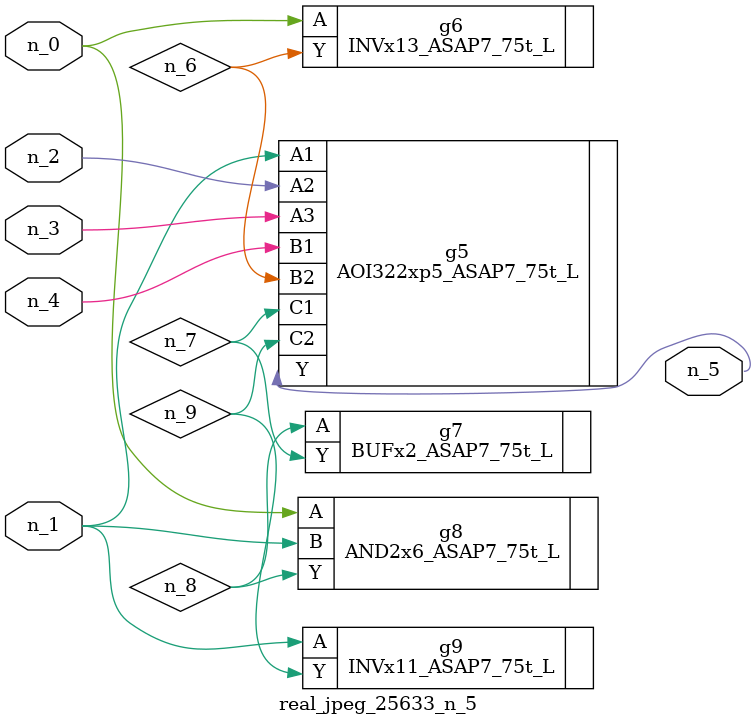
<source format=v>
module real_jpeg_25633_n_5 (n_4, n_0, n_1, n_2, n_3, n_5);

input n_4;
input n_0;
input n_1;
input n_2;
input n_3;

output n_5;

wire n_8;
wire n_6;
wire n_7;
wire n_9;

INVx13_ASAP7_75t_L g6 ( 
.A(n_0),
.Y(n_6)
);

AND2x6_ASAP7_75t_L g8 ( 
.A(n_0),
.B(n_1),
.Y(n_8)
);

AOI322xp5_ASAP7_75t_L g5 ( 
.A1(n_1),
.A2(n_2),
.A3(n_3),
.B1(n_4),
.B2(n_6),
.C1(n_7),
.C2(n_9),
.Y(n_5)
);

INVx11_ASAP7_75t_L g9 ( 
.A(n_1),
.Y(n_9)
);

BUFx2_ASAP7_75t_L g7 ( 
.A(n_8),
.Y(n_7)
);


endmodule
</source>
